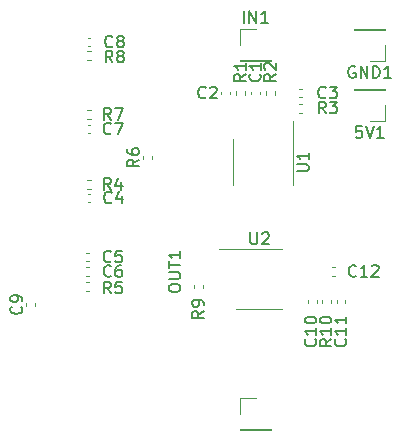
<source format=gto>
G04 #@! TF.GenerationSoftware,KiCad,Pcbnew,6.0.2-378541a8eb~116~ubuntu21.10.1*
G04 #@! TF.CreationDate,2022-03-03T13:54:26+01:00*
G04 #@! TF.ProjectId,test,74657374-2e6b-4696-9361-645f70636258,rev?*
G04 #@! TF.SameCoordinates,Original*
G04 #@! TF.FileFunction,Legend,Top*
G04 #@! TF.FilePolarity,Positive*
%FSLAX46Y46*%
G04 Gerber Fmt 4.6, Leading zero omitted, Abs format (unit mm)*
G04 Created by KiCad (PCBNEW 6.0.2-378541a8eb~116~ubuntu21.10.1) date 2022-03-03 13:54:26*
%MOMM*%
%LPD*%
G01*
G04 APERTURE LIST*
%ADD10C,0.150000*%
%ADD11C,0.120000*%
G04 APERTURE END LIST*
D10*
G04 #@! TO.C,R9*
X132786380Y-103036666D02*
X132310190Y-103370000D01*
X132786380Y-103608095D02*
X131786380Y-103608095D01*
X131786380Y-103227142D01*
X131834000Y-103131904D01*
X131881619Y-103084285D01*
X131976857Y-103036666D01*
X132119714Y-103036666D01*
X132214952Y-103084285D01*
X132262571Y-103131904D01*
X132310190Y-103227142D01*
X132310190Y-103608095D01*
X132786380Y-102560476D02*
X132786380Y-102370000D01*
X132738761Y-102274761D01*
X132691142Y-102227142D01*
X132548285Y-102131904D01*
X132357809Y-102084285D01*
X131976857Y-102084285D01*
X131881619Y-102131904D01*
X131834000Y-102179523D01*
X131786380Y-102274761D01*
X131786380Y-102465238D01*
X131834000Y-102560476D01*
X131881619Y-102608095D01*
X131976857Y-102655714D01*
X132214952Y-102655714D01*
X132310190Y-102608095D01*
X132357809Y-102560476D01*
X132405428Y-102465238D01*
X132405428Y-102274761D01*
X132357809Y-102179523D01*
X132310190Y-102131904D01*
X132214952Y-102084285D01*
G04 #@! TO.C,R7*
X124912333Y-86859380D02*
X124579000Y-86383190D01*
X124340904Y-86859380D02*
X124340904Y-85859380D01*
X124721857Y-85859380D01*
X124817095Y-85907000D01*
X124864714Y-85954619D01*
X124912333Y-86049857D01*
X124912333Y-86192714D01*
X124864714Y-86287952D01*
X124817095Y-86335571D01*
X124721857Y-86383190D01*
X124340904Y-86383190D01*
X125245666Y-85859380D02*
X125912333Y-85859380D01*
X125483761Y-86859380D01*
G04 #@! TO.C,R2*
X138882380Y-82970666D02*
X138406190Y-83304000D01*
X138882380Y-83542095D02*
X137882380Y-83542095D01*
X137882380Y-83161142D01*
X137930000Y-83065904D01*
X137977619Y-83018285D01*
X138072857Y-82970666D01*
X138215714Y-82970666D01*
X138310952Y-83018285D01*
X138358571Y-83065904D01*
X138406190Y-83161142D01*
X138406190Y-83542095D01*
X137977619Y-82589714D02*
X137930000Y-82542095D01*
X137882380Y-82446857D01*
X137882380Y-82208761D01*
X137930000Y-82113523D01*
X137977619Y-82065904D01*
X138072857Y-82018285D01*
X138168095Y-82018285D01*
X138310952Y-82065904D01*
X138882380Y-82637333D01*
X138882380Y-82018285D01*
G04 #@! TO.C,C10*
X142216142Y-105417857D02*
X142263761Y-105465476D01*
X142311380Y-105608333D01*
X142311380Y-105703571D01*
X142263761Y-105846428D01*
X142168523Y-105941666D01*
X142073285Y-105989285D01*
X141882809Y-106036904D01*
X141739952Y-106036904D01*
X141549476Y-105989285D01*
X141454238Y-105941666D01*
X141359000Y-105846428D01*
X141311380Y-105703571D01*
X141311380Y-105608333D01*
X141359000Y-105465476D01*
X141406619Y-105417857D01*
X142311380Y-104465476D02*
X142311380Y-105036904D01*
X142311380Y-104751190D02*
X141311380Y-104751190D01*
X141454238Y-104846428D01*
X141549476Y-104941666D01*
X141597095Y-105036904D01*
X141311380Y-103846428D02*
X141311380Y-103751190D01*
X141359000Y-103655952D01*
X141406619Y-103608333D01*
X141501857Y-103560714D01*
X141692333Y-103513095D01*
X141930428Y-103513095D01*
X142120904Y-103560714D01*
X142216142Y-103608333D01*
X142263761Y-103655952D01*
X142311380Y-103751190D01*
X142311380Y-103846428D01*
X142263761Y-103941666D01*
X142216142Y-103989285D01*
X142120904Y-104036904D01*
X141930428Y-104084523D01*
X141692333Y-104084523D01*
X141501857Y-104036904D01*
X141406619Y-103989285D01*
X141359000Y-103941666D01*
X141311380Y-103846428D01*
G04 #@! TO.C,R1*
X136342380Y-82970666D02*
X135866190Y-83304000D01*
X136342380Y-83542095D02*
X135342380Y-83542095D01*
X135342380Y-83161142D01*
X135390000Y-83065904D01*
X135437619Y-83018285D01*
X135532857Y-82970666D01*
X135675714Y-82970666D01*
X135770952Y-83018285D01*
X135818571Y-83065904D01*
X135866190Y-83161142D01*
X135866190Y-83542095D01*
X136342380Y-82018285D02*
X136342380Y-82589714D01*
X136342380Y-82304000D02*
X135342380Y-82304000D01*
X135485238Y-82399238D01*
X135580476Y-82494476D01*
X135628095Y-82589714D01*
G04 #@! TO.C,OUT1*
X129798380Y-101171190D02*
X129798380Y-100980714D01*
X129846000Y-100885476D01*
X129941238Y-100790238D01*
X130131714Y-100742619D01*
X130465047Y-100742619D01*
X130655523Y-100790238D01*
X130750761Y-100885476D01*
X130798380Y-100980714D01*
X130798380Y-101171190D01*
X130750761Y-101266428D01*
X130655523Y-101361666D01*
X130465047Y-101409285D01*
X130131714Y-101409285D01*
X129941238Y-101361666D01*
X129846000Y-101266428D01*
X129798380Y-101171190D01*
X129798380Y-100314047D02*
X130607904Y-100314047D01*
X130703142Y-100266428D01*
X130750761Y-100218809D01*
X130798380Y-100123571D01*
X130798380Y-99933095D01*
X130750761Y-99837857D01*
X130703142Y-99790238D01*
X130607904Y-99742619D01*
X129798380Y-99742619D01*
X129798380Y-99409285D02*
X129798380Y-98837857D01*
X130798380Y-99123571D02*
X129798380Y-99123571D01*
X130798380Y-97980714D02*
X130798380Y-98552142D01*
X130798380Y-98266428D02*
X129798380Y-98266428D01*
X129941238Y-98361666D01*
X130036476Y-98456904D01*
X130084095Y-98552142D01*
G04 #@! TO.C,C2*
X132929333Y-84939142D02*
X132881714Y-84986761D01*
X132738857Y-85034380D01*
X132643619Y-85034380D01*
X132500761Y-84986761D01*
X132405523Y-84891523D01*
X132357904Y-84796285D01*
X132310285Y-84605809D01*
X132310285Y-84462952D01*
X132357904Y-84272476D01*
X132405523Y-84177238D01*
X132500761Y-84082000D01*
X132643619Y-84034380D01*
X132738857Y-84034380D01*
X132881714Y-84082000D01*
X132929333Y-84129619D01*
X133310285Y-84129619D02*
X133357904Y-84082000D01*
X133453142Y-84034380D01*
X133691238Y-84034380D01*
X133786476Y-84082000D01*
X133834095Y-84129619D01*
X133881714Y-84224857D01*
X133881714Y-84320095D01*
X133834095Y-84462952D01*
X133262666Y-85034380D01*
X133881714Y-85034380D01*
G04 #@! TO.C,C1*
X137517142Y-82970666D02*
X137564761Y-83018285D01*
X137612380Y-83161142D01*
X137612380Y-83256380D01*
X137564761Y-83399238D01*
X137469523Y-83494476D01*
X137374285Y-83542095D01*
X137183809Y-83589714D01*
X137040952Y-83589714D01*
X136850476Y-83542095D01*
X136755238Y-83494476D01*
X136660000Y-83399238D01*
X136612380Y-83256380D01*
X136612380Y-83161142D01*
X136660000Y-83018285D01*
X136707619Y-82970666D01*
X137612380Y-82018285D02*
X137612380Y-82589714D01*
X137612380Y-82304000D02*
X136612380Y-82304000D01*
X136755238Y-82399238D01*
X136850476Y-82494476D01*
X136898095Y-82589714D01*
G04 #@! TO.C,C9*
X117307142Y-102655666D02*
X117354761Y-102703285D01*
X117402380Y-102846142D01*
X117402380Y-102941380D01*
X117354761Y-103084238D01*
X117259523Y-103179476D01*
X117164285Y-103227095D01*
X116973809Y-103274714D01*
X116830952Y-103274714D01*
X116640476Y-103227095D01*
X116545238Y-103179476D01*
X116450000Y-103084238D01*
X116402380Y-102941380D01*
X116402380Y-102846142D01*
X116450000Y-102703285D01*
X116497619Y-102655666D01*
X117402380Y-102179476D02*
X117402380Y-101989000D01*
X117354761Y-101893761D01*
X117307142Y-101846142D01*
X117164285Y-101750904D01*
X116973809Y-101703285D01*
X116592857Y-101703285D01*
X116497619Y-101750904D01*
X116450000Y-101798523D01*
X116402380Y-101893761D01*
X116402380Y-102084238D01*
X116450000Y-102179476D01*
X116497619Y-102227095D01*
X116592857Y-102274714D01*
X116830952Y-102274714D01*
X116926190Y-102227095D01*
X116973809Y-102179476D01*
X117021428Y-102084238D01*
X117021428Y-101893761D01*
X116973809Y-101798523D01*
X116926190Y-101750904D01*
X116830952Y-101703285D01*
G04 #@! TO.C,R8*
X125039333Y-81986380D02*
X124706000Y-81510190D01*
X124467904Y-81986380D02*
X124467904Y-80986380D01*
X124848857Y-80986380D01*
X124944095Y-81034000D01*
X124991714Y-81081619D01*
X125039333Y-81176857D01*
X125039333Y-81319714D01*
X124991714Y-81414952D01*
X124944095Y-81462571D01*
X124848857Y-81510190D01*
X124467904Y-81510190D01*
X125610761Y-81414952D02*
X125515523Y-81367333D01*
X125467904Y-81319714D01*
X125420285Y-81224476D01*
X125420285Y-81176857D01*
X125467904Y-81081619D01*
X125515523Y-81034000D01*
X125610761Y-80986380D01*
X125801238Y-80986380D01*
X125896476Y-81034000D01*
X125944095Y-81081619D01*
X125991714Y-81176857D01*
X125991714Y-81224476D01*
X125944095Y-81319714D01*
X125896476Y-81367333D01*
X125801238Y-81414952D01*
X125610761Y-81414952D01*
X125515523Y-81462571D01*
X125467904Y-81510190D01*
X125420285Y-81605428D01*
X125420285Y-81795904D01*
X125467904Y-81891142D01*
X125515523Y-81938761D01*
X125610761Y-81986380D01*
X125801238Y-81986380D01*
X125896476Y-81938761D01*
X125944095Y-81891142D01*
X125991714Y-81795904D01*
X125991714Y-81605428D01*
X125944095Y-81510190D01*
X125896476Y-81462571D01*
X125801238Y-81414952D01*
G04 #@! TO.C,C5*
X124912333Y-98829142D02*
X124864714Y-98876761D01*
X124721857Y-98924380D01*
X124626619Y-98924380D01*
X124483761Y-98876761D01*
X124388523Y-98781523D01*
X124340904Y-98686285D01*
X124293285Y-98495809D01*
X124293285Y-98352952D01*
X124340904Y-98162476D01*
X124388523Y-98067238D01*
X124483761Y-97972000D01*
X124626619Y-97924380D01*
X124721857Y-97924380D01*
X124864714Y-97972000D01*
X124912333Y-98019619D01*
X125817095Y-97924380D02*
X125340904Y-97924380D01*
X125293285Y-98400571D01*
X125340904Y-98352952D01*
X125436142Y-98305333D01*
X125674238Y-98305333D01*
X125769476Y-98352952D01*
X125817095Y-98400571D01*
X125864714Y-98495809D01*
X125864714Y-98733904D01*
X125817095Y-98829142D01*
X125769476Y-98876761D01*
X125674238Y-98924380D01*
X125436142Y-98924380D01*
X125340904Y-98876761D01*
X125293285Y-98829142D01*
G04 #@! TO.C,C8*
X125039333Y-80621142D02*
X124991714Y-80668761D01*
X124848857Y-80716380D01*
X124753619Y-80716380D01*
X124610761Y-80668761D01*
X124515523Y-80573523D01*
X124467904Y-80478285D01*
X124420285Y-80287809D01*
X124420285Y-80144952D01*
X124467904Y-79954476D01*
X124515523Y-79859238D01*
X124610761Y-79764000D01*
X124753619Y-79716380D01*
X124848857Y-79716380D01*
X124991714Y-79764000D01*
X125039333Y-79811619D01*
X125610761Y-80144952D02*
X125515523Y-80097333D01*
X125467904Y-80049714D01*
X125420285Y-79954476D01*
X125420285Y-79906857D01*
X125467904Y-79811619D01*
X125515523Y-79764000D01*
X125610761Y-79716380D01*
X125801238Y-79716380D01*
X125896476Y-79764000D01*
X125944095Y-79811619D01*
X125991714Y-79906857D01*
X125991714Y-79954476D01*
X125944095Y-80049714D01*
X125896476Y-80097333D01*
X125801238Y-80144952D01*
X125610761Y-80144952D01*
X125515523Y-80192571D01*
X125467904Y-80240190D01*
X125420285Y-80335428D01*
X125420285Y-80525904D01*
X125467904Y-80621142D01*
X125515523Y-80668761D01*
X125610761Y-80716380D01*
X125801238Y-80716380D01*
X125896476Y-80668761D01*
X125944095Y-80621142D01*
X125991714Y-80525904D01*
X125991714Y-80335428D01*
X125944095Y-80240190D01*
X125896476Y-80192571D01*
X125801238Y-80144952D01*
G04 #@! TO.C,R5*
X124912333Y-101544380D02*
X124579000Y-101068190D01*
X124340904Y-101544380D02*
X124340904Y-100544380D01*
X124721857Y-100544380D01*
X124817095Y-100592000D01*
X124864714Y-100639619D01*
X124912333Y-100734857D01*
X124912333Y-100877714D01*
X124864714Y-100972952D01*
X124817095Y-101020571D01*
X124721857Y-101068190D01*
X124340904Y-101068190D01*
X125817095Y-100544380D02*
X125340904Y-100544380D01*
X125293285Y-101020571D01*
X125340904Y-100972952D01*
X125436142Y-100925333D01*
X125674238Y-100925333D01*
X125769476Y-100972952D01*
X125817095Y-101020571D01*
X125864714Y-101115809D01*
X125864714Y-101353904D01*
X125817095Y-101449142D01*
X125769476Y-101496761D01*
X125674238Y-101544380D01*
X125436142Y-101544380D01*
X125340904Y-101496761D01*
X125293285Y-101449142D01*
G04 #@! TO.C,R3*
X143089333Y-86304380D02*
X142756000Y-85828190D01*
X142517904Y-86304380D02*
X142517904Y-85304380D01*
X142898857Y-85304380D01*
X142994095Y-85352000D01*
X143041714Y-85399619D01*
X143089333Y-85494857D01*
X143089333Y-85637714D01*
X143041714Y-85732952D01*
X142994095Y-85780571D01*
X142898857Y-85828190D01*
X142517904Y-85828190D01*
X143422666Y-85304380D02*
X144041714Y-85304380D01*
X143708380Y-85685333D01*
X143851238Y-85685333D01*
X143946476Y-85732952D01*
X143994095Y-85780571D01*
X144041714Y-85875809D01*
X144041714Y-86113904D01*
X143994095Y-86209142D01*
X143946476Y-86256761D01*
X143851238Y-86304380D01*
X143565523Y-86304380D01*
X143470285Y-86256761D01*
X143422666Y-86209142D01*
G04 #@! TO.C,R6*
X127282380Y-90209666D02*
X126806190Y-90543000D01*
X127282380Y-90781095D02*
X126282380Y-90781095D01*
X126282380Y-90400142D01*
X126330000Y-90304904D01*
X126377619Y-90257285D01*
X126472857Y-90209666D01*
X126615714Y-90209666D01*
X126710952Y-90257285D01*
X126758571Y-90304904D01*
X126806190Y-90400142D01*
X126806190Y-90781095D01*
X126282380Y-89352523D02*
X126282380Y-89543000D01*
X126330000Y-89638238D01*
X126377619Y-89685857D01*
X126520476Y-89781095D01*
X126710952Y-89828714D01*
X127091904Y-89828714D01*
X127187142Y-89781095D01*
X127234761Y-89733476D01*
X127282380Y-89638238D01*
X127282380Y-89447761D01*
X127234761Y-89352523D01*
X127187142Y-89304904D01*
X127091904Y-89257285D01*
X126853809Y-89257285D01*
X126758571Y-89304904D01*
X126710952Y-89352523D01*
X126663333Y-89447761D01*
X126663333Y-89638238D01*
X126710952Y-89733476D01*
X126758571Y-89781095D01*
X126853809Y-89828714D01*
G04 #@! TO.C,R4*
X124910333Y-92781380D02*
X124577000Y-92305190D01*
X124338904Y-92781380D02*
X124338904Y-91781380D01*
X124719857Y-91781380D01*
X124815095Y-91829000D01*
X124862714Y-91876619D01*
X124910333Y-91971857D01*
X124910333Y-92114714D01*
X124862714Y-92209952D01*
X124815095Y-92257571D01*
X124719857Y-92305190D01*
X124338904Y-92305190D01*
X125767476Y-92114714D02*
X125767476Y-92781380D01*
X125529380Y-91733761D02*
X125291285Y-92448047D01*
X125910333Y-92448047D01*
G04 #@! TO.C,C12*
X145661142Y-100052142D02*
X145613523Y-100099761D01*
X145470666Y-100147380D01*
X145375428Y-100147380D01*
X145232571Y-100099761D01*
X145137333Y-100004523D01*
X145089714Y-99909285D01*
X145042095Y-99718809D01*
X145042095Y-99575952D01*
X145089714Y-99385476D01*
X145137333Y-99290238D01*
X145232571Y-99195000D01*
X145375428Y-99147380D01*
X145470666Y-99147380D01*
X145613523Y-99195000D01*
X145661142Y-99242619D01*
X146613523Y-100147380D02*
X146042095Y-100147380D01*
X146327809Y-100147380D02*
X146327809Y-99147380D01*
X146232571Y-99290238D01*
X146137333Y-99385476D01*
X146042095Y-99433095D01*
X146994476Y-99242619D02*
X147042095Y-99195000D01*
X147137333Y-99147380D01*
X147375428Y-99147380D01*
X147470666Y-99195000D01*
X147518285Y-99242619D01*
X147565904Y-99337857D01*
X147565904Y-99433095D01*
X147518285Y-99575952D01*
X146946857Y-100147380D01*
X147565904Y-100147380D01*
G04 #@! TO.C,C4*
X124959333Y-93829142D02*
X124911714Y-93876761D01*
X124768857Y-93924380D01*
X124673619Y-93924380D01*
X124530761Y-93876761D01*
X124435523Y-93781523D01*
X124387904Y-93686285D01*
X124340285Y-93495809D01*
X124340285Y-93352952D01*
X124387904Y-93162476D01*
X124435523Y-93067238D01*
X124530761Y-92972000D01*
X124673619Y-92924380D01*
X124768857Y-92924380D01*
X124911714Y-92972000D01*
X124959333Y-93019619D01*
X125816476Y-93257714D02*
X125816476Y-93924380D01*
X125578380Y-92876761D02*
X125340285Y-93591047D01*
X125959333Y-93591047D01*
G04 #@! TO.C,C3*
X143089333Y-84939142D02*
X143041714Y-84986761D01*
X142898857Y-85034380D01*
X142803619Y-85034380D01*
X142660761Y-84986761D01*
X142565523Y-84891523D01*
X142517904Y-84796285D01*
X142470285Y-84605809D01*
X142470285Y-84462952D01*
X142517904Y-84272476D01*
X142565523Y-84177238D01*
X142660761Y-84082000D01*
X142803619Y-84034380D01*
X142898857Y-84034380D01*
X143041714Y-84082000D01*
X143089333Y-84129619D01*
X143422666Y-84034380D02*
X144041714Y-84034380D01*
X143708380Y-84415333D01*
X143851238Y-84415333D01*
X143946476Y-84462952D01*
X143994095Y-84510571D01*
X144041714Y-84605809D01*
X144041714Y-84843904D01*
X143994095Y-84939142D01*
X143946476Y-84986761D01*
X143851238Y-85034380D01*
X143565523Y-85034380D01*
X143470285Y-84986761D01*
X143422666Y-84939142D01*
G04 #@! TO.C,GND1*
X145573904Y-82348000D02*
X145478666Y-82300380D01*
X145335809Y-82300380D01*
X145192952Y-82348000D01*
X145097714Y-82443238D01*
X145050095Y-82538476D01*
X145002476Y-82728952D01*
X145002476Y-82871809D01*
X145050095Y-83062285D01*
X145097714Y-83157523D01*
X145192952Y-83252761D01*
X145335809Y-83300380D01*
X145431047Y-83300380D01*
X145573904Y-83252761D01*
X145621523Y-83205142D01*
X145621523Y-82871809D01*
X145431047Y-82871809D01*
X146050095Y-83300380D02*
X146050095Y-82300380D01*
X146621523Y-83300380D01*
X146621523Y-82300380D01*
X147097714Y-83300380D02*
X147097714Y-82300380D01*
X147335809Y-82300380D01*
X147478666Y-82348000D01*
X147573904Y-82443238D01*
X147621523Y-82538476D01*
X147669142Y-82728952D01*
X147669142Y-82871809D01*
X147621523Y-83062285D01*
X147573904Y-83157523D01*
X147478666Y-83252761D01*
X147335809Y-83300380D01*
X147097714Y-83300380D01*
X148621523Y-83300380D02*
X148050095Y-83300380D01*
X148335809Y-83300380D02*
X148335809Y-82300380D01*
X148240571Y-82443238D01*
X148145333Y-82538476D01*
X148050095Y-82586095D01*
G04 #@! TO.C,R10*
X143581380Y-105417857D02*
X143105190Y-105751190D01*
X143581380Y-105989285D02*
X142581380Y-105989285D01*
X142581380Y-105608333D01*
X142629000Y-105513095D01*
X142676619Y-105465476D01*
X142771857Y-105417857D01*
X142914714Y-105417857D01*
X143009952Y-105465476D01*
X143057571Y-105513095D01*
X143105190Y-105608333D01*
X143105190Y-105989285D01*
X143581380Y-104465476D02*
X143581380Y-105036904D01*
X143581380Y-104751190D02*
X142581380Y-104751190D01*
X142724238Y-104846428D01*
X142819476Y-104941666D01*
X142867095Y-105036904D01*
X142581380Y-103846428D02*
X142581380Y-103751190D01*
X142629000Y-103655952D01*
X142676619Y-103608333D01*
X142771857Y-103560714D01*
X142962333Y-103513095D01*
X143200428Y-103513095D01*
X143390904Y-103560714D01*
X143486142Y-103608333D01*
X143533761Y-103655952D01*
X143581380Y-103751190D01*
X143581380Y-103846428D01*
X143533761Y-103941666D01*
X143486142Y-103989285D01*
X143390904Y-104036904D01*
X143200428Y-104084523D01*
X142962333Y-104084523D01*
X142771857Y-104036904D01*
X142676619Y-103989285D01*
X142629000Y-103941666D01*
X142581380Y-103846428D01*
G04 #@! TO.C,5V1*
X146145333Y-87380380D02*
X145669142Y-87380380D01*
X145621523Y-87856571D01*
X145669142Y-87808952D01*
X145764380Y-87761333D01*
X146002476Y-87761333D01*
X146097714Y-87808952D01*
X146145333Y-87856571D01*
X146192952Y-87951809D01*
X146192952Y-88189904D01*
X146145333Y-88285142D01*
X146097714Y-88332761D01*
X146002476Y-88380380D01*
X145764380Y-88380380D01*
X145669142Y-88332761D01*
X145621523Y-88285142D01*
X146478666Y-87380380D02*
X146812000Y-88380380D01*
X147145333Y-87380380D01*
X148002476Y-88380380D02*
X147431047Y-88380380D01*
X147716761Y-88380380D02*
X147716761Y-87380380D01*
X147621523Y-87523238D01*
X147526285Y-87618476D01*
X147431047Y-87666095D01*
G04 #@! TO.C,C11*
X144756142Y-105417857D02*
X144803761Y-105465476D01*
X144851380Y-105608333D01*
X144851380Y-105703571D01*
X144803761Y-105846428D01*
X144708523Y-105941666D01*
X144613285Y-105989285D01*
X144422809Y-106036904D01*
X144279952Y-106036904D01*
X144089476Y-105989285D01*
X143994238Y-105941666D01*
X143899000Y-105846428D01*
X143851380Y-105703571D01*
X143851380Y-105608333D01*
X143899000Y-105465476D01*
X143946619Y-105417857D01*
X144851380Y-104465476D02*
X144851380Y-105036904D01*
X144851380Y-104751190D02*
X143851380Y-104751190D01*
X143994238Y-104846428D01*
X144089476Y-104941666D01*
X144137095Y-105036904D01*
X144851380Y-103513095D02*
X144851380Y-104084523D01*
X144851380Y-103798809D02*
X143851380Y-103798809D01*
X143994238Y-103894047D01*
X144089476Y-103989285D01*
X144137095Y-104084523D01*
G04 #@! TO.C,C6*
X124912333Y-100052142D02*
X124864714Y-100099761D01*
X124721857Y-100147380D01*
X124626619Y-100147380D01*
X124483761Y-100099761D01*
X124388523Y-100004523D01*
X124340904Y-99909285D01*
X124293285Y-99718809D01*
X124293285Y-99575952D01*
X124340904Y-99385476D01*
X124388523Y-99290238D01*
X124483761Y-99195000D01*
X124626619Y-99147380D01*
X124721857Y-99147380D01*
X124864714Y-99195000D01*
X124912333Y-99242619D01*
X125769476Y-99147380D02*
X125579000Y-99147380D01*
X125483761Y-99195000D01*
X125436142Y-99242619D01*
X125340904Y-99385476D01*
X125293285Y-99575952D01*
X125293285Y-99956904D01*
X125340904Y-100052142D01*
X125388523Y-100099761D01*
X125483761Y-100147380D01*
X125674238Y-100147380D01*
X125769476Y-100099761D01*
X125817095Y-100052142D01*
X125864714Y-99956904D01*
X125864714Y-99718809D01*
X125817095Y-99623571D01*
X125769476Y-99575952D01*
X125674238Y-99528333D01*
X125483761Y-99528333D01*
X125388523Y-99575952D01*
X125340904Y-99623571D01*
X125293285Y-99718809D01*
G04 #@! TO.C,IN1*
X136160000Y-78640380D02*
X136160000Y-77640380D01*
X136636190Y-78640380D02*
X136636190Y-77640380D01*
X137207619Y-78640380D01*
X137207619Y-77640380D01*
X138207619Y-78640380D02*
X137636190Y-78640380D01*
X137921904Y-78640380D02*
X137921904Y-77640380D01*
X137826666Y-77783238D01*
X137731428Y-77878476D01*
X137636190Y-77926095D01*
G04 #@! TO.C,U2*
X136717095Y-96382380D02*
X136717095Y-97191904D01*
X136764714Y-97287142D01*
X136812333Y-97334761D01*
X136907571Y-97382380D01*
X137098047Y-97382380D01*
X137193285Y-97334761D01*
X137240904Y-97287142D01*
X137288523Y-97191904D01*
X137288523Y-96382380D01*
X137717095Y-96477619D02*
X137764714Y-96430000D01*
X137859952Y-96382380D01*
X138098047Y-96382380D01*
X138193285Y-96430000D01*
X138240904Y-96477619D01*
X138288523Y-96572857D01*
X138288523Y-96668095D01*
X138240904Y-96810952D01*
X137669476Y-97382380D01*
X138288523Y-97382380D01*
G04 #@! TO.C,U1*
X140647380Y-91185904D02*
X141456904Y-91185904D01*
X141552142Y-91138285D01*
X141599761Y-91090666D01*
X141647380Y-90995428D01*
X141647380Y-90804952D01*
X141599761Y-90709714D01*
X141552142Y-90662095D01*
X141456904Y-90614476D01*
X140647380Y-90614476D01*
X141647380Y-89614476D02*
X141647380Y-90185904D01*
X141647380Y-89900190D02*
X140647380Y-89900190D01*
X140790238Y-89995428D01*
X140885476Y-90090666D01*
X140933095Y-90185904D01*
G04 #@! TO.C,C7*
X124912333Y-87987142D02*
X124864714Y-88034761D01*
X124721857Y-88082380D01*
X124626619Y-88082380D01*
X124483761Y-88034761D01*
X124388523Y-87939523D01*
X124340904Y-87844285D01*
X124293285Y-87653809D01*
X124293285Y-87510952D01*
X124340904Y-87320476D01*
X124388523Y-87225238D01*
X124483761Y-87130000D01*
X124626619Y-87082380D01*
X124721857Y-87082380D01*
X124864714Y-87130000D01*
X124912333Y-87177619D01*
X125245666Y-87082380D02*
X125912333Y-87082380D01*
X125483761Y-88082380D01*
D11*
G04 #@! TO.C,R9*
X131954000Y-101118641D02*
X131954000Y-100811359D01*
X132714000Y-101118641D02*
X132714000Y-100811359D01*
G04 #@! TO.C,R7*
X123200641Y-86027000D02*
X122893359Y-86027000D01*
X123200641Y-86787000D02*
X122893359Y-86787000D01*
G04 #@! TO.C,R2*
X138810000Y-84428359D02*
X138810000Y-84735641D01*
X138050000Y-84428359D02*
X138050000Y-84735641D01*
G04 #@! TO.C,C10*
X141626000Y-102342836D02*
X141626000Y-102127164D01*
X142346000Y-102342836D02*
X142346000Y-102127164D01*
G04 #@! TO.C,R1*
X135510000Y-84735641D02*
X135510000Y-84428359D01*
X136270000Y-84735641D02*
X136270000Y-84428359D01*
G04 #@! TO.C,OUT1*
X135830000Y-113030000D02*
X138490000Y-113030000D01*
X135830000Y-110430000D02*
X137160000Y-110430000D01*
X135830000Y-113090000D02*
X138490000Y-113090000D01*
X135830000Y-113030000D02*
X135830000Y-113090000D01*
X138490000Y-113030000D02*
X138490000Y-113090000D01*
X135830000Y-111760000D02*
X135830000Y-110430000D01*
G04 #@! TO.C,C2*
X134980000Y-84689836D02*
X134980000Y-84474164D01*
X134260000Y-84689836D02*
X134260000Y-84474164D01*
G04 #@! TO.C,C1*
X136800000Y-84474164D02*
X136800000Y-84689836D01*
X137520000Y-84474164D02*
X137520000Y-84689836D01*
G04 #@! TO.C,C9*
X118470000Y-102596836D02*
X118470000Y-102381164D01*
X117750000Y-102596836D02*
X117750000Y-102381164D01*
G04 #@! TO.C,R8*
X123200641Y-81027000D02*
X122893359Y-81027000D01*
X123200641Y-81787000D02*
X122893359Y-81787000D01*
G04 #@! TO.C,C5*
X122812164Y-98832000D02*
X123027836Y-98832000D01*
X122812164Y-98112000D02*
X123027836Y-98112000D01*
G04 #@! TO.C,C8*
X123154836Y-80624000D02*
X122939164Y-80624000D01*
X123154836Y-79904000D02*
X122939164Y-79904000D01*
G04 #@! TO.C,R5*
X123073641Y-101345000D02*
X122766359Y-101345000D01*
X123073641Y-100585000D02*
X122766359Y-100585000D01*
G04 #@! TO.C,R3*
X140816359Y-86232000D02*
X141123641Y-86232000D01*
X140816359Y-85472000D02*
X141123641Y-85472000D01*
G04 #@! TO.C,R6*
X127620000Y-90196641D02*
X127620000Y-89889359D01*
X128380000Y-90196641D02*
X128380000Y-89889359D01*
G04 #@! TO.C,R4*
X122893359Y-91949000D02*
X123200641Y-91949000D01*
X122893359Y-92709000D02*
X123200641Y-92709000D01*
G04 #@! TO.C,C12*
X143843836Y-99335000D02*
X143628164Y-99335000D01*
X143843836Y-100055000D02*
X143628164Y-100055000D01*
G04 #@! TO.C,C4*
X122939164Y-93832000D02*
X123154836Y-93832000D01*
X122939164Y-93112000D02*
X123154836Y-93112000D01*
G04 #@! TO.C,C3*
X140862164Y-84942000D02*
X141077836Y-84942000D01*
X140862164Y-84222000D02*
X141077836Y-84222000D01*
G04 #@! TO.C,GND1*
X148142000Y-81848000D02*
X146812000Y-81848000D01*
X148142000Y-80518000D02*
X148142000Y-81848000D01*
X145482000Y-79248000D02*
X145482000Y-79188000D01*
X148142000Y-79188000D02*
X145482000Y-79188000D01*
X148142000Y-79248000D02*
X145482000Y-79248000D01*
X148142000Y-79248000D02*
X148142000Y-79188000D01*
G04 #@! TO.C,R10*
X143509000Y-102388641D02*
X143509000Y-102081359D01*
X142749000Y-102388641D02*
X142749000Y-102081359D01*
G04 #@! TO.C,5V1*
X148142000Y-86928000D02*
X146812000Y-86928000D01*
X148142000Y-84328000D02*
X145482000Y-84328000D01*
X148142000Y-85598000D02*
X148142000Y-86928000D01*
X145482000Y-84328000D02*
X145482000Y-84268000D01*
X148142000Y-84328000D02*
X148142000Y-84268000D01*
X148142000Y-84268000D02*
X145482000Y-84268000D01*
G04 #@! TO.C,C11*
X144039000Y-102127164D02*
X144039000Y-102342836D01*
X144759000Y-102127164D02*
X144759000Y-102342836D01*
G04 #@! TO.C,C6*
X122812164Y-100055000D02*
X123027836Y-100055000D01*
X122812164Y-99335000D02*
X123027836Y-99335000D01*
G04 #@! TO.C,IN1*
X135830000Y-81788000D02*
X138490000Y-81788000D01*
X138490000Y-81788000D02*
X138490000Y-81848000D01*
X135830000Y-81788000D02*
X135830000Y-81848000D01*
X135830000Y-79188000D02*
X137160000Y-79188000D01*
X135830000Y-81848000D02*
X138490000Y-81848000D01*
X135830000Y-80518000D02*
X135830000Y-79188000D01*
G04 #@! TO.C,U2*
X137479000Y-102890000D02*
X139429000Y-102890000D01*
X137479000Y-97770000D02*
X134029000Y-97770000D01*
X137479000Y-102890000D02*
X135529000Y-102890000D01*
X137479000Y-97770000D02*
X139429000Y-97770000D01*
G04 #@! TO.C,U1*
X140355000Y-90424000D02*
X140355000Y-92374000D01*
X135235000Y-90424000D02*
X135235000Y-92374000D01*
X135235000Y-90424000D02*
X135235000Y-88474000D01*
X140355000Y-90424000D02*
X140355000Y-86974000D01*
G04 #@! TO.C,C7*
X122939164Y-87270000D02*
X123154836Y-87270000D01*
X122939164Y-87990000D02*
X123154836Y-87990000D01*
G04 #@! TD*
M02*

</source>
